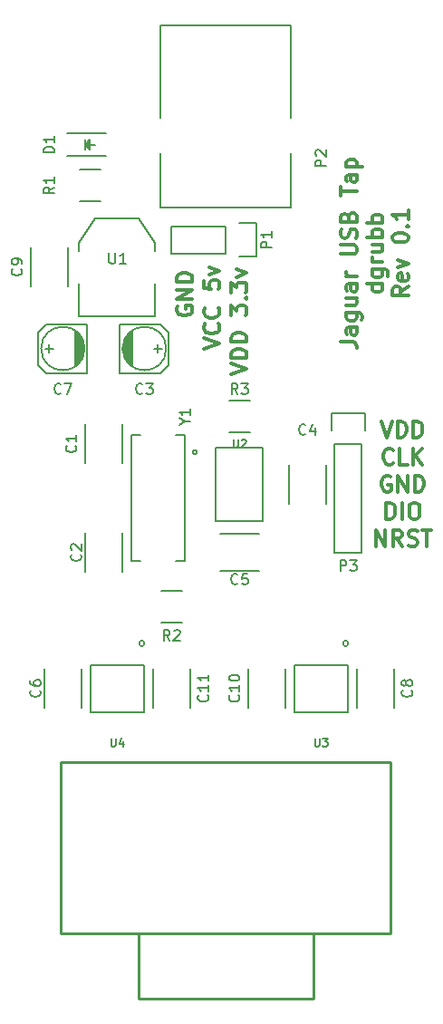
<source format=gbr>
G04 #@! TF.FileFunction,Legend,Top*
%FSLAX46Y46*%
G04 Gerber Fmt 4.6, Leading zero omitted, Abs format (unit mm)*
G04 Created by KiCad (PCBNEW 4.0.2+dfsg1-stable) date Mon 20 Nov 2017 03:31:45 PM CST*
%MOMM*%
G01*
G04 APERTURE LIST*
%ADD10C,0.100000*%
%ADD11C,0.300000*%
%ADD12C,0.150000*%
%ADD13C,0.254000*%
%ADD14C,0.203200*%
%ADD15C,0.152400*%
G04 APERTURE END LIST*
D10*
D11*
X147908571Y-65435714D02*
X148980000Y-65435714D01*
X149194286Y-65507142D01*
X149337143Y-65649999D01*
X149408571Y-65864285D01*
X149408571Y-66007142D01*
X149408571Y-64078571D02*
X148622857Y-64078571D01*
X148480000Y-64150000D01*
X148408571Y-64292857D01*
X148408571Y-64578571D01*
X148480000Y-64721428D01*
X149337143Y-64078571D02*
X149408571Y-64221428D01*
X149408571Y-64578571D01*
X149337143Y-64721428D01*
X149194286Y-64792857D01*
X149051429Y-64792857D01*
X148908571Y-64721428D01*
X148837143Y-64578571D01*
X148837143Y-64221428D01*
X148765714Y-64078571D01*
X148408571Y-62721428D02*
X149622857Y-62721428D01*
X149765714Y-62792857D01*
X149837143Y-62864285D01*
X149908571Y-63007142D01*
X149908571Y-63221428D01*
X149837143Y-63364285D01*
X149337143Y-62721428D02*
X149408571Y-62864285D01*
X149408571Y-63149999D01*
X149337143Y-63292857D01*
X149265714Y-63364285D01*
X149122857Y-63435714D01*
X148694286Y-63435714D01*
X148551429Y-63364285D01*
X148480000Y-63292857D01*
X148408571Y-63149999D01*
X148408571Y-62864285D01*
X148480000Y-62721428D01*
X148408571Y-61364285D02*
X149408571Y-61364285D01*
X148408571Y-62007142D02*
X149194286Y-62007142D01*
X149337143Y-61935714D01*
X149408571Y-61792856D01*
X149408571Y-61578571D01*
X149337143Y-61435714D01*
X149265714Y-61364285D01*
X149408571Y-60007142D02*
X148622857Y-60007142D01*
X148480000Y-60078571D01*
X148408571Y-60221428D01*
X148408571Y-60507142D01*
X148480000Y-60649999D01*
X149337143Y-60007142D02*
X149408571Y-60149999D01*
X149408571Y-60507142D01*
X149337143Y-60649999D01*
X149194286Y-60721428D01*
X149051429Y-60721428D01*
X148908571Y-60649999D01*
X148837143Y-60507142D01*
X148837143Y-60149999D01*
X148765714Y-60007142D01*
X149408571Y-59292856D02*
X148408571Y-59292856D01*
X148694286Y-59292856D02*
X148551429Y-59221428D01*
X148480000Y-59149999D01*
X148408571Y-59007142D01*
X148408571Y-58864285D01*
X147908571Y-57221428D02*
X149122857Y-57221428D01*
X149265714Y-57150000D01*
X149337143Y-57078571D01*
X149408571Y-56935714D01*
X149408571Y-56650000D01*
X149337143Y-56507142D01*
X149265714Y-56435714D01*
X149122857Y-56364285D01*
X147908571Y-56364285D01*
X149337143Y-55721428D02*
X149408571Y-55507142D01*
X149408571Y-55149999D01*
X149337143Y-55007142D01*
X149265714Y-54935713D01*
X149122857Y-54864285D01*
X148980000Y-54864285D01*
X148837143Y-54935713D01*
X148765714Y-55007142D01*
X148694286Y-55149999D01*
X148622857Y-55435713D01*
X148551429Y-55578571D01*
X148480000Y-55649999D01*
X148337143Y-55721428D01*
X148194286Y-55721428D01*
X148051429Y-55649999D01*
X147980000Y-55578571D01*
X147908571Y-55435713D01*
X147908571Y-55078571D01*
X147980000Y-54864285D01*
X148622857Y-53721428D02*
X148694286Y-53507142D01*
X148765714Y-53435714D01*
X148908571Y-53364285D01*
X149122857Y-53364285D01*
X149265714Y-53435714D01*
X149337143Y-53507142D01*
X149408571Y-53650000D01*
X149408571Y-54221428D01*
X147908571Y-54221428D01*
X147908571Y-53721428D01*
X147980000Y-53578571D01*
X148051429Y-53507142D01*
X148194286Y-53435714D01*
X148337143Y-53435714D01*
X148480000Y-53507142D01*
X148551429Y-53578571D01*
X148622857Y-53721428D01*
X148622857Y-54221428D01*
X147908571Y-51792857D02*
X147908571Y-50935714D01*
X149408571Y-51364285D02*
X147908571Y-51364285D01*
X149408571Y-49792857D02*
X148622857Y-49792857D01*
X148480000Y-49864286D01*
X148408571Y-50007143D01*
X148408571Y-50292857D01*
X148480000Y-50435714D01*
X149337143Y-49792857D02*
X149408571Y-49935714D01*
X149408571Y-50292857D01*
X149337143Y-50435714D01*
X149194286Y-50507143D01*
X149051429Y-50507143D01*
X148908571Y-50435714D01*
X148837143Y-50292857D01*
X148837143Y-49935714D01*
X148765714Y-49792857D01*
X148408571Y-49078571D02*
X149908571Y-49078571D01*
X148480000Y-49078571D02*
X148408571Y-48935714D01*
X148408571Y-48650000D01*
X148480000Y-48507143D01*
X148551429Y-48435714D01*
X148694286Y-48364285D01*
X149122857Y-48364285D01*
X149265714Y-48435714D01*
X149337143Y-48507143D01*
X149408571Y-48650000D01*
X149408571Y-48935714D01*
X149337143Y-49078571D01*
X151808571Y-60007143D02*
X150308571Y-60007143D01*
X151737143Y-60007143D02*
X151808571Y-60150000D01*
X151808571Y-60435714D01*
X151737143Y-60578572D01*
X151665714Y-60650000D01*
X151522857Y-60721429D01*
X151094286Y-60721429D01*
X150951429Y-60650000D01*
X150880000Y-60578572D01*
X150808571Y-60435714D01*
X150808571Y-60150000D01*
X150880000Y-60007143D01*
X150808571Y-58650000D02*
X152022857Y-58650000D01*
X152165714Y-58721429D01*
X152237143Y-58792857D01*
X152308571Y-58935714D01*
X152308571Y-59150000D01*
X152237143Y-59292857D01*
X151737143Y-58650000D02*
X151808571Y-58792857D01*
X151808571Y-59078571D01*
X151737143Y-59221429D01*
X151665714Y-59292857D01*
X151522857Y-59364286D01*
X151094286Y-59364286D01*
X150951429Y-59292857D01*
X150880000Y-59221429D01*
X150808571Y-59078571D01*
X150808571Y-58792857D01*
X150880000Y-58650000D01*
X151808571Y-57935714D02*
X150808571Y-57935714D01*
X151094286Y-57935714D02*
X150951429Y-57864286D01*
X150880000Y-57792857D01*
X150808571Y-57650000D01*
X150808571Y-57507143D01*
X150808571Y-56364286D02*
X151808571Y-56364286D01*
X150808571Y-57007143D02*
X151594286Y-57007143D01*
X151737143Y-56935715D01*
X151808571Y-56792857D01*
X151808571Y-56578572D01*
X151737143Y-56435715D01*
X151665714Y-56364286D01*
X151808571Y-55650000D02*
X150308571Y-55650000D01*
X150880000Y-55650000D02*
X150808571Y-55507143D01*
X150808571Y-55221429D01*
X150880000Y-55078572D01*
X150951429Y-55007143D01*
X151094286Y-54935714D01*
X151522857Y-54935714D01*
X151665714Y-55007143D01*
X151737143Y-55078572D01*
X151808571Y-55221429D01*
X151808571Y-55507143D01*
X151737143Y-55650000D01*
X151808571Y-54292857D02*
X150308571Y-54292857D01*
X150880000Y-54292857D02*
X150808571Y-54150000D01*
X150808571Y-53864286D01*
X150880000Y-53721429D01*
X150951429Y-53650000D01*
X151094286Y-53578571D01*
X151522857Y-53578571D01*
X151665714Y-53650000D01*
X151737143Y-53721429D01*
X151808571Y-53864286D01*
X151808571Y-54150000D01*
X151737143Y-54292857D01*
X154208571Y-60257142D02*
X153494286Y-60757142D01*
X154208571Y-61114285D02*
X152708571Y-61114285D01*
X152708571Y-60542857D01*
X152780000Y-60399999D01*
X152851429Y-60328571D01*
X152994286Y-60257142D01*
X153208571Y-60257142D01*
X153351429Y-60328571D01*
X153422857Y-60399999D01*
X153494286Y-60542857D01*
X153494286Y-61114285D01*
X154137143Y-59042857D02*
X154208571Y-59185714D01*
X154208571Y-59471428D01*
X154137143Y-59614285D01*
X153994286Y-59685714D01*
X153422857Y-59685714D01*
X153280000Y-59614285D01*
X153208571Y-59471428D01*
X153208571Y-59185714D01*
X153280000Y-59042857D01*
X153422857Y-58971428D01*
X153565714Y-58971428D01*
X153708571Y-59685714D01*
X153208571Y-58471428D02*
X154208571Y-58114285D01*
X153208571Y-57757143D01*
X152708571Y-55757143D02*
X152708571Y-55614286D01*
X152780000Y-55471429D01*
X152851429Y-55400000D01*
X152994286Y-55328571D01*
X153280000Y-55257143D01*
X153637143Y-55257143D01*
X153922857Y-55328571D01*
X154065714Y-55400000D01*
X154137143Y-55471429D01*
X154208571Y-55614286D01*
X154208571Y-55757143D01*
X154137143Y-55900000D01*
X154065714Y-55971429D01*
X153922857Y-56042857D01*
X153637143Y-56114286D01*
X153280000Y-56114286D01*
X152994286Y-56042857D01*
X152851429Y-55971429D01*
X152780000Y-55900000D01*
X152708571Y-55757143D01*
X154065714Y-54614286D02*
X154137143Y-54542858D01*
X154208571Y-54614286D01*
X154137143Y-54685715D01*
X154065714Y-54614286D01*
X154208571Y-54614286D01*
X154208571Y-53114286D02*
X154208571Y-53971429D01*
X154208571Y-53542857D02*
X152708571Y-53542857D01*
X152922857Y-53685714D01*
X153065714Y-53828572D01*
X153137143Y-53971429D01*
X137608571Y-68428571D02*
X139108571Y-67928571D01*
X137608571Y-67428571D01*
X139108571Y-66928571D02*
X137608571Y-66928571D01*
X137608571Y-66571428D01*
X137680000Y-66357143D01*
X137822857Y-66214285D01*
X137965714Y-66142857D01*
X138251429Y-66071428D01*
X138465714Y-66071428D01*
X138751429Y-66142857D01*
X138894286Y-66214285D01*
X139037143Y-66357143D01*
X139108571Y-66571428D01*
X139108571Y-66928571D01*
X139108571Y-65428571D02*
X137608571Y-65428571D01*
X137608571Y-65071428D01*
X137680000Y-64857143D01*
X137822857Y-64714285D01*
X137965714Y-64642857D01*
X138251429Y-64571428D01*
X138465714Y-64571428D01*
X138751429Y-64642857D01*
X138894286Y-64714285D01*
X139037143Y-64857143D01*
X139108571Y-65071428D01*
X139108571Y-65428571D01*
X137608571Y-62928571D02*
X137608571Y-62000000D01*
X138180000Y-62500000D01*
X138180000Y-62285714D01*
X138251429Y-62142857D01*
X138322857Y-62071428D01*
X138465714Y-62000000D01*
X138822857Y-62000000D01*
X138965714Y-62071428D01*
X139037143Y-62142857D01*
X139108571Y-62285714D01*
X139108571Y-62714286D01*
X139037143Y-62857143D01*
X138965714Y-62928571D01*
X138965714Y-61357143D02*
X139037143Y-61285715D01*
X139108571Y-61357143D01*
X139037143Y-61428572D01*
X138965714Y-61357143D01*
X139108571Y-61357143D01*
X137608571Y-60785714D02*
X137608571Y-59857143D01*
X138180000Y-60357143D01*
X138180000Y-60142857D01*
X138251429Y-60000000D01*
X138322857Y-59928571D01*
X138465714Y-59857143D01*
X138822857Y-59857143D01*
X138965714Y-59928571D01*
X139037143Y-60000000D01*
X139108571Y-60142857D01*
X139108571Y-60571429D01*
X139037143Y-60714286D01*
X138965714Y-60785714D01*
X138108571Y-59357143D02*
X139108571Y-59000000D01*
X138108571Y-58642858D01*
X135068571Y-66087142D02*
X136568571Y-65587142D01*
X135068571Y-65087142D01*
X136425714Y-63729999D02*
X136497143Y-63801428D01*
X136568571Y-64015714D01*
X136568571Y-64158571D01*
X136497143Y-64372856D01*
X136354286Y-64515714D01*
X136211429Y-64587142D01*
X135925714Y-64658571D01*
X135711429Y-64658571D01*
X135425714Y-64587142D01*
X135282857Y-64515714D01*
X135140000Y-64372856D01*
X135068571Y-64158571D01*
X135068571Y-64015714D01*
X135140000Y-63801428D01*
X135211429Y-63729999D01*
X136425714Y-62229999D02*
X136497143Y-62301428D01*
X136568571Y-62515714D01*
X136568571Y-62658571D01*
X136497143Y-62872856D01*
X136354286Y-63015714D01*
X136211429Y-63087142D01*
X135925714Y-63158571D01*
X135711429Y-63158571D01*
X135425714Y-63087142D01*
X135282857Y-63015714D01*
X135140000Y-62872856D01*
X135068571Y-62658571D01*
X135068571Y-62515714D01*
X135140000Y-62301428D01*
X135211429Y-62229999D01*
X135068571Y-59729999D02*
X135068571Y-60444285D01*
X135782857Y-60515714D01*
X135711429Y-60444285D01*
X135640000Y-60301428D01*
X135640000Y-59944285D01*
X135711429Y-59801428D01*
X135782857Y-59729999D01*
X135925714Y-59658571D01*
X136282857Y-59658571D01*
X136425714Y-59729999D01*
X136497143Y-59801428D01*
X136568571Y-59944285D01*
X136568571Y-60301428D01*
X136497143Y-60444285D01*
X136425714Y-60515714D01*
X135568571Y-59158571D02*
X136568571Y-58801428D01*
X135568571Y-58444286D01*
X132600000Y-62102857D02*
X132528571Y-62245714D01*
X132528571Y-62460000D01*
X132600000Y-62674285D01*
X132742857Y-62817143D01*
X132885714Y-62888571D01*
X133171429Y-62960000D01*
X133385714Y-62960000D01*
X133671429Y-62888571D01*
X133814286Y-62817143D01*
X133957143Y-62674285D01*
X134028571Y-62460000D01*
X134028571Y-62317143D01*
X133957143Y-62102857D01*
X133885714Y-62031428D01*
X133385714Y-62031428D01*
X133385714Y-62317143D01*
X134028571Y-61388571D02*
X132528571Y-61388571D01*
X134028571Y-60531428D01*
X132528571Y-60531428D01*
X134028571Y-59817142D02*
X132528571Y-59817142D01*
X132528571Y-59459999D01*
X132600000Y-59245714D01*
X132742857Y-59102856D01*
X132885714Y-59031428D01*
X133171429Y-58959999D01*
X133385714Y-58959999D01*
X133671429Y-59031428D01*
X133814286Y-59102856D01*
X133957143Y-59245714D01*
X134028571Y-59459999D01*
X134028571Y-59817142D01*
X151205715Y-84498571D02*
X151205715Y-82998571D01*
X152062858Y-84498571D01*
X152062858Y-82998571D01*
X153634287Y-84498571D02*
X153134287Y-83784286D01*
X152777144Y-84498571D02*
X152777144Y-82998571D01*
X153348572Y-82998571D01*
X153491430Y-83070000D01*
X153562858Y-83141429D01*
X153634287Y-83284286D01*
X153634287Y-83498571D01*
X153562858Y-83641429D01*
X153491430Y-83712857D01*
X153348572Y-83784286D01*
X152777144Y-83784286D01*
X154205715Y-84427143D02*
X154420001Y-84498571D01*
X154777144Y-84498571D01*
X154920001Y-84427143D01*
X154991430Y-84355714D01*
X155062858Y-84212857D01*
X155062858Y-84070000D01*
X154991430Y-83927143D01*
X154920001Y-83855714D01*
X154777144Y-83784286D01*
X154491430Y-83712857D01*
X154348572Y-83641429D01*
X154277144Y-83570000D01*
X154205715Y-83427143D01*
X154205715Y-83284286D01*
X154277144Y-83141429D01*
X154348572Y-83070000D01*
X154491430Y-82998571D01*
X154848572Y-82998571D01*
X155062858Y-83070000D01*
X155491429Y-82998571D02*
X156348572Y-82998571D01*
X155920001Y-84498571D02*
X155920001Y-82998571D01*
X152134286Y-81958571D02*
X152134286Y-80458571D01*
X152491429Y-80458571D01*
X152705714Y-80530000D01*
X152848572Y-80672857D01*
X152920000Y-80815714D01*
X152991429Y-81101429D01*
X152991429Y-81315714D01*
X152920000Y-81601429D01*
X152848572Y-81744286D01*
X152705714Y-81887143D01*
X152491429Y-81958571D01*
X152134286Y-81958571D01*
X153634286Y-81958571D02*
X153634286Y-80458571D01*
X154634286Y-80458571D02*
X154920000Y-80458571D01*
X155062858Y-80530000D01*
X155205715Y-80672857D01*
X155277143Y-80958571D01*
X155277143Y-81458571D01*
X155205715Y-81744286D01*
X155062858Y-81887143D01*
X154920000Y-81958571D01*
X154634286Y-81958571D01*
X154491429Y-81887143D01*
X154348572Y-81744286D01*
X154277143Y-81458571D01*
X154277143Y-80958571D01*
X154348572Y-80672857D01*
X154491429Y-80530000D01*
X154634286Y-80458571D01*
X152527143Y-77990000D02*
X152384286Y-77918571D01*
X152170000Y-77918571D01*
X151955715Y-77990000D01*
X151812857Y-78132857D01*
X151741429Y-78275714D01*
X151670000Y-78561429D01*
X151670000Y-78775714D01*
X151741429Y-79061429D01*
X151812857Y-79204286D01*
X151955715Y-79347143D01*
X152170000Y-79418571D01*
X152312857Y-79418571D01*
X152527143Y-79347143D01*
X152598572Y-79275714D01*
X152598572Y-78775714D01*
X152312857Y-78775714D01*
X153241429Y-79418571D02*
X153241429Y-77918571D01*
X154098572Y-79418571D01*
X154098572Y-77918571D01*
X154812858Y-79418571D02*
X154812858Y-77918571D01*
X155170001Y-77918571D01*
X155384286Y-77990000D01*
X155527144Y-78132857D01*
X155598572Y-78275714D01*
X155670001Y-78561429D01*
X155670001Y-78775714D01*
X155598572Y-79061429D01*
X155527144Y-79204286D01*
X155384286Y-79347143D01*
X155170001Y-79418571D01*
X154812858Y-79418571D01*
X152777143Y-76735714D02*
X152705714Y-76807143D01*
X152491428Y-76878571D01*
X152348571Y-76878571D01*
X152134286Y-76807143D01*
X151991428Y-76664286D01*
X151920000Y-76521429D01*
X151848571Y-76235714D01*
X151848571Y-76021429D01*
X151920000Y-75735714D01*
X151991428Y-75592857D01*
X152134286Y-75450000D01*
X152348571Y-75378571D01*
X152491428Y-75378571D01*
X152705714Y-75450000D01*
X152777143Y-75521429D01*
X154134286Y-76878571D02*
X153420000Y-76878571D01*
X153420000Y-75378571D01*
X154634286Y-76878571D02*
X154634286Y-75378571D01*
X155491429Y-76878571D02*
X154848572Y-76021429D01*
X155491429Y-75378571D02*
X154634286Y-76235714D01*
X151670000Y-72838571D02*
X152170000Y-74338571D01*
X152670000Y-72838571D01*
X153170000Y-74338571D02*
X153170000Y-72838571D01*
X153527143Y-72838571D01*
X153741428Y-72910000D01*
X153884286Y-73052857D01*
X153955714Y-73195714D01*
X154027143Y-73481429D01*
X154027143Y-73695714D01*
X153955714Y-73981429D01*
X153884286Y-74124286D01*
X153741428Y-74267143D01*
X153527143Y-74338571D01*
X153170000Y-74338571D01*
X154670000Y-74338571D02*
X154670000Y-72838571D01*
X155027143Y-72838571D01*
X155241428Y-72910000D01*
X155384286Y-73052857D01*
X155455714Y-73195714D01*
X155527143Y-73481429D01*
X155527143Y-73695714D01*
X155455714Y-73981429D01*
X155384286Y-74124286D01*
X155241428Y-74267143D01*
X155027143Y-74338571D01*
X154670000Y-74338571D01*
D12*
X124005000Y-73130000D02*
X124005000Y-76730000D01*
X127455000Y-76730000D02*
X127455000Y-73130000D01*
X127455000Y-86890000D02*
X127455000Y-83290000D01*
X124005000Y-83290000D02*
X124005000Y-86890000D01*
X131191000Y-66040000D02*
X130429000Y-66040000D01*
X130810000Y-65659000D02*
X130810000Y-66421000D01*
X131064000Y-68326000D02*
X127254000Y-68326000D01*
X131826000Y-64516000D02*
X131826000Y-67564000D01*
X131064000Y-68326000D02*
X131826000Y-67564000D01*
X131064000Y-63754000D02*
X127254000Y-63754000D01*
X131064000Y-63754000D02*
X131826000Y-64516000D01*
X127508000Y-66167000D02*
X127508000Y-65913000D01*
X127635000Y-65405000D02*
X127635000Y-66675000D01*
X127762000Y-66929000D02*
X127762000Y-65151000D01*
X127889000Y-67183000D02*
X127889000Y-64897000D01*
X128016000Y-64770000D02*
X128016000Y-67310000D01*
X128143000Y-67437000D02*
X128143000Y-64643000D01*
X128270000Y-64516000D02*
X128270000Y-67564000D01*
X128397000Y-64389000D02*
X128397000Y-67691000D01*
X127254000Y-63754000D02*
X127254000Y-68326000D01*
X131572000Y-66040000D02*
G75*
G03X131572000Y-66040000I-2032000J0D01*
G01*
X146505000Y-80540000D02*
X146505000Y-76940000D01*
X143055000Y-76940000D02*
X143055000Y-80540000D01*
X140230000Y-83365000D02*
X136630000Y-83365000D01*
X136630000Y-86815000D02*
X140230000Y-86815000D01*
X123645000Y-99590000D02*
X123645000Y-95990000D01*
X120195000Y-95990000D02*
X120195000Y-99590000D01*
X120269000Y-66040000D02*
X121031000Y-66040000D01*
X120650000Y-66421000D02*
X120650000Y-65659000D01*
X120396000Y-63754000D02*
X124206000Y-63754000D01*
X119634000Y-67564000D02*
X119634000Y-64516000D01*
X120396000Y-63754000D02*
X119634000Y-64516000D01*
X120396000Y-68326000D02*
X124206000Y-68326000D01*
X120396000Y-68326000D02*
X119634000Y-67564000D01*
X123952000Y-65913000D02*
X123952000Y-66167000D01*
X123825000Y-66675000D02*
X123825000Y-65405000D01*
X123698000Y-65151000D02*
X123698000Y-66929000D01*
X123571000Y-64897000D02*
X123571000Y-67183000D01*
X123444000Y-67310000D02*
X123444000Y-64770000D01*
X123317000Y-64643000D02*
X123317000Y-67437000D01*
X123190000Y-67564000D02*
X123190000Y-64516000D01*
X123063000Y-67691000D02*
X123063000Y-64389000D01*
X124206000Y-68326000D02*
X124206000Y-63754000D01*
X123952000Y-66040000D02*
G75*
G03X123952000Y-66040000I-2032000J0D01*
G01*
X152855000Y-99590000D02*
X152855000Y-95990000D01*
X149405000Y-95990000D02*
X149405000Y-99590000D01*
X118925000Y-56620000D02*
X118925000Y-60220000D01*
X122375000Y-60220000D02*
X122375000Y-56620000D01*
X139245000Y-95990000D02*
X139245000Y-99590000D01*
X142695000Y-99590000D02*
X142695000Y-95990000D01*
X133805000Y-99590000D02*
X133805000Y-95990000D01*
X130355000Y-95990000D02*
X130355000Y-99590000D01*
X122310000Y-48040000D02*
X125910000Y-48040000D01*
X122310000Y-45940000D02*
X125910000Y-45940000D01*
X124360000Y-46690000D02*
X124360000Y-47290000D01*
X124360000Y-47290000D02*
X124060000Y-46990000D01*
X124060000Y-46990000D02*
X124260000Y-46790000D01*
X124260000Y-46790000D02*
X124260000Y-47040000D01*
X124260000Y-47040000D02*
X124210000Y-46990000D01*
X123960000Y-46490000D02*
X123960000Y-47490000D01*
X124460000Y-46990000D02*
X124960000Y-46990000D01*
X123960000Y-46990000D02*
X124460000Y-46490000D01*
X124460000Y-46490000D02*
X124460000Y-47490000D01*
X124460000Y-47490000D02*
X123960000Y-46990000D01*
D13*
X145326100Y-126746000D02*
X145326100Y-120650000D01*
X145326100Y-126746000D02*
X128993900Y-126746000D01*
X128993900Y-126746000D02*
X128993900Y-120650000D01*
X152565100Y-120650000D02*
X121754900Y-120650000D01*
X121754900Y-120650000D02*
X121754900Y-104648000D01*
X121754900Y-104648000D02*
X152565100Y-104648000D01*
X152565100Y-120650000D02*
X152565100Y-104648000D01*
D12*
X137160000Y-54610000D02*
X132080000Y-54610000D01*
X132080000Y-54610000D02*
X132080000Y-57150000D01*
X132080000Y-57150000D02*
X137160000Y-57150000D01*
X139980000Y-57430000D02*
X138430000Y-57430000D01*
X137160000Y-57150000D02*
X137160000Y-54610000D01*
X138430000Y-54330000D02*
X139980000Y-54330000D01*
X139980000Y-54330000D02*
X139980000Y-57430000D01*
X143256000Y-44450000D02*
X143256000Y-35814000D01*
X143256000Y-52832000D02*
X143256000Y-47752000D01*
X131064000Y-44450000D02*
X131064000Y-35814000D01*
X131064000Y-52832000D02*
X131064000Y-47752000D01*
X131064000Y-35814000D02*
X143256000Y-35814000D01*
X143256000Y-52832000D02*
X131064000Y-52832000D01*
X147040000Y-73660000D02*
X147040000Y-72110000D01*
X147040000Y-72110000D02*
X150140000Y-72110000D01*
X150140000Y-72110000D02*
X150140000Y-73660000D01*
X149860000Y-74930000D02*
X149860000Y-85090000D01*
X149860000Y-85090000D02*
X147320000Y-85090000D01*
X147320000Y-85090000D02*
X147320000Y-74930000D01*
X149860000Y-74930000D02*
X147320000Y-74930000D01*
X123460000Y-49325000D02*
X125460000Y-49325000D01*
X125460000Y-52275000D02*
X123460000Y-52275000D01*
X131080000Y-88695000D02*
X133080000Y-88695000D01*
X133080000Y-91645000D02*
X131080000Y-91645000D01*
X137430000Y-70915000D02*
X139430000Y-70915000D01*
X139430000Y-73865000D02*
X137430000Y-73865000D01*
X123444000Y-59944000D02*
X123444000Y-62992000D01*
X123444000Y-62992000D02*
X130556000Y-62992000D01*
X130556000Y-62992000D02*
X130556000Y-59944000D01*
X123444000Y-56896000D02*
X123444000Y-56134000D01*
X123444000Y-56134000D02*
X124968000Y-53848000D01*
X124968000Y-53848000D02*
X129032000Y-53848000D01*
X129032000Y-53848000D02*
X130556000Y-56134000D01*
X130556000Y-56134000D02*
X130556000Y-56896000D01*
D14*
X134430000Y-75740000D02*
G75*
G03X134430000Y-75740000I-200000J0D01*
G01*
X136230000Y-75340000D02*
X136230000Y-82140000D01*
X136230000Y-82140000D02*
X140630000Y-82140000D01*
X140630000Y-82140000D02*
X140630000Y-75340000D01*
X140630000Y-75340000D02*
X136230000Y-75340000D01*
X148590000Y-93599000D02*
G75*
G03X148590000Y-93599000I-254000J0D01*
G01*
X148549360Y-99989640D02*
X148549360Y-95590360D01*
X148549360Y-95590360D02*
X143550640Y-95590360D01*
X143550640Y-95590360D02*
X143550640Y-99989640D01*
X143550640Y-99989640D02*
X148549360Y-99989640D01*
X129540000Y-93599000D02*
G75*
G03X129540000Y-93599000I-254000J0D01*
G01*
X129499360Y-99989640D02*
X129499360Y-95590360D01*
X129499360Y-95590360D02*
X124500640Y-95590360D01*
X124500640Y-95590360D02*
X124500640Y-99989640D01*
X124500640Y-99989640D02*
X129499360Y-99989640D01*
D12*
X128310640Y-74160380D02*
X128310640Y-85859620D01*
X133309360Y-85859620D02*
X133309360Y-74160380D01*
X128310640Y-85859620D02*
X129159000Y-85859620D01*
X133309360Y-85859620D02*
X132461000Y-85859620D01*
X128310640Y-74160380D02*
X129159000Y-74160380D01*
X133309360Y-74160380D02*
X132461000Y-74160380D01*
X123087143Y-75096666D02*
X123134762Y-75144285D01*
X123182381Y-75287142D01*
X123182381Y-75382380D01*
X123134762Y-75525238D01*
X123039524Y-75620476D01*
X122944286Y-75668095D01*
X122753810Y-75715714D01*
X122610952Y-75715714D01*
X122420476Y-75668095D01*
X122325238Y-75620476D01*
X122230000Y-75525238D01*
X122182381Y-75382380D01*
X122182381Y-75287142D01*
X122230000Y-75144285D01*
X122277619Y-75096666D01*
X123182381Y-74144285D02*
X123182381Y-74715714D01*
X123182381Y-74430000D02*
X122182381Y-74430000D01*
X122325238Y-74525238D01*
X122420476Y-74620476D01*
X122468095Y-74715714D01*
X123547143Y-85256666D02*
X123594762Y-85304285D01*
X123642381Y-85447142D01*
X123642381Y-85542380D01*
X123594762Y-85685238D01*
X123499524Y-85780476D01*
X123404286Y-85828095D01*
X123213810Y-85875714D01*
X123070952Y-85875714D01*
X122880476Y-85828095D01*
X122785238Y-85780476D01*
X122690000Y-85685238D01*
X122642381Y-85542380D01*
X122642381Y-85447142D01*
X122690000Y-85304285D01*
X122737619Y-85256666D01*
X122737619Y-84875714D02*
X122690000Y-84828095D01*
X122642381Y-84732857D01*
X122642381Y-84494761D01*
X122690000Y-84399523D01*
X122737619Y-84351904D01*
X122832857Y-84304285D01*
X122928095Y-84304285D01*
X123070952Y-84351904D01*
X123642381Y-84923333D01*
X123642381Y-84304285D01*
X129373334Y-70207143D02*
X129325715Y-70254762D01*
X129182858Y-70302381D01*
X129087620Y-70302381D01*
X128944762Y-70254762D01*
X128849524Y-70159524D01*
X128801905Y-70064286D01*
X128754286Y-69873810D01*
X128754286Y-69730952D01*
X128801905Y-69540476D01*
X128849524Y-69445238D01*
X128944762Y-69350000D01*
X129087620Y-69302381D01*
X129182858Y-69302381D01*
X129325715Y-69350000D01*
X129373334Y-69397619D01*
X129706667Y-69302381D02*
X130325715Y-69302381D01*
X129992381Y-69683333D01*
X130135239Y-69683333D01*
X130230477Y-69730952D01*
X130278096Y-69778571D01*
X130325715Y-69873810D01*
X130325715Y-70111905D01*
X130278096Y-70207143D01*
X130230477Y-70254762D01*
X130135239Y-70302381D01*
X129849524Y-70302381D01*
X129754286Y-70254762D01*
X129706667Y-70207143D01*
X144613334Y-74017143D02*
X144565715Y-74064762D01*
X144422858Y-74112381D01*
X144327620Y-74112381D01*
X144184762Y-74064762D01*
X144089524Y-73969524D01*
X144041905Y-73874286D01*
X143994286Y-73683810D01*
X143994286Y-73540952D01*
X144041905Y-73350476D01*
X144089524Y-73255238D01*
X144184762Y-73160000D01*
X144327620Y-73112381D01*
X144422858Y-73112381D01*
X144565715Y-73160000D01*
X144613334Y-73207619D01*
X145470477Y-73445714D02*
X145470477Y-74112381D01*
X145232381Y-73064762D02*
X144994286Y-73779048D01*
X145613334Y-73779048D01*
X138263334Y-87987143D02*
X138215715Y-88034762D01*
X138072858Y-88082381D01*
X137977620Y-88082381D01*
X137834762Y-88034762D01*
X137739524Y-87939524D01*
X137691905Y-87844286D01*
X137644286Y-87653810D01*
X137644286Y-87510952D01*
X137691905Y-87320476D01*
X137739524Y-87225238D01*
X137834762Y-87130000D01*
X137977620Y-87082381D01*
X138072858Y-87082381D01*
X138215715Y-87130000D01*
X138263334Y-87177619D01*
X139168096Y-87082381D02*
X138691905Y-87082381D01*
X138644286Y-87558571D01*
X138691905Y-87510952D01*
X138787143Y-87463333D01*
X139025239Y-87463333D01*
X139120477Y-87510952D01*
X139168096Y-87558571D01*
X139215715Y-87653810D01*
X139215715Y-87891905D01*
X139168096Y-87987143D01*
X139120477Y-88034762D01*
X139025239Y-88082381D01*
X138787143Y-88082381D01*
X138691905Y-88034762D01*
X138644286Y-87987143D01*
X119737143Y-97956666D02*
X119784762Y-98004285D01*
X119832381Y-98147142D01*
X119832381Y-98242380D01*
X119784762Y-98385238D01*
X119689524Y-98480476D01*
X119594286Y-98528095D01*
X119403810Y-98575714D01*
X119260952Y-98575714D01*
X119070476Y-98528095D01*
X118975238Y-98480476D01*
X118880000Y-98385238D01*
X118832381Y-98242380D01*
X118832381Y-98147142D01*
X118880000Y-98004285D01*
X118927619Y-97956666D01*
X118832381Y-97099523D02*
X118832381Y-97290000D01*
X118880000Y-97385238D01*
X118927619Y-97432857D01*
X119070476Y-97528095D01*
X119260952Y-97575714D01*
X119641905Y-97575714D01*
X119737143Y-97528095D01*
X119784762Y-97480476D01*
X119832381Y-97385238D01*
X119832381Y-97194761D01*
X119784762Y-97099523D01*
X119737143Y-97051904D01*
X119641905Y-97004285D01*
X119403810Y-97004285D01*
X119308571Y-97051904D01*
X119260952Y-97099523D01*
X119213333Y-97194761D01*
X119213333Y-97385238D01*
X119260952Y-97480476D01*
X119308571Y-97528095D01*
X119403810Y-97575714D01*
X121753334Y-70207143D02*
X121705715Y-70254762D01*
X121562858Y-70302381D01*
X121467620Y-70302381D01*
X121324762Y-70254762D01*
X121229524Y-70159524D01*
X121181905Y-70064286D01*
X121134286Y-69873810D01*
X121134286Y-69730952D01*
X121181905Y-69540476D01*
X121229524Y-69445238D01*
X121324762Y-69350000D01*
X121467620Y-69302381D01*
X121562858Y-69302381D01*
X121705715Y-69350000D01*
X121753334Y-69397619D01*
X122086667Y-69302381D02*
X122753334Y-69302381D01*
X122324762Y-70302381D01*
X154487143Y-97956666D02*
X154534762Y-98004285D01*
X154582381Y-98147142D01*
X154582381Y-98242380D01*
X154534762Y-98385238D01*
X154439524Y-98480476D01*
X154344286Y-98528095D01*
X154153810Y-98575714D01*
X154010952Y-98575714D01*
X153820476Y-98528095D01*
X153725238Y-98480476D01*
X153630000Y-98385238D01*
X153582381Y-98242380D01*
X153582381Y-98147142D01*
X153630000Y-98004285D01*
X153677619Y-97956666D01*
X154010952Y-97385238D02*
X153963333Y-97480476D01*
X153915714Y-97528095D01*
X153820476Y-97575714D01*
X153772857Y-97575714D01*
X153677619Y-97528095D01*
X153630000Y-97480476D01*
X153582381Y-97385238D01*
X153582381Y-97194761D01*
X153630000Y-97099523D01*
X153677619Y-97051904D01*
X153772857Y-97004285D01*
X153820476Y-97004285D01*
X153915714Y-97051904D01*
X153963333Y-97099523D01*
X154010952Y-97194761D01*
X154010952Y-97385238D01*
X154058571Y-97480476D01*
X154106190Y-97528095D01*
X154201429Y-97575714D01*
X154391905Y-97575714D01*
X154487143Y-97528095D01*
X154534762Y-97480476D01*
X154582381Y-97385238D01*
X154582381Y-97194761D01*
X154534762Y-97099523D01*
X154487143Y-97051904D01*
X154391905Y-97004285D01*
X154201429Y-97004285D01*
X154106190Y-97051904D01*
X154058571Y-97099523D01*
X154010952Y-97194761D01*
X118007143Y-58586666D02*
X118054762Y-58634285D01*
X118102381Y-58777142D01*
X118102381Y-58872380D01*
X118054762Y-59015238D01*
X117959524Y-59110476D01*
X117864286Y-59158095D01*
X117673810Y-59205714D01*
X117530952Y-59205714D01*
X117340476Y-59158095D01*
X117245238Y-59110476D01*
X117150000Y-59015238D01*
X117102381Y-58872380D01*
X117102381Y-58777142D01*
X117150000Y-58634285D01*
X117197619Y-58586666D01*
X118102381Y-58110476D02*
X118102381Y-57920000D01*
X118054762Y-57824761D01*
X118007143Y-57777142D01*
X117864286Y-57681904D01*
X117673810Y-57634285D01*
X117292857Y-57634285D01*
X117197619Y-57681904D01*
X117150000Y-57729523D01*
X117102381Y-57824761D01*
X117102381Y-58015238D01*
X117150000Y-58110476D01*
X117197619Y-58158095D01*
X117292857Y-58205714D01*
X117530952Y-58205714D01*
X117626190Y-58158095D01*
X117673810Y-58110476D01*
X117721429Y-58015238D01*
X117721429Y-57824761D01*
X117673810Y-57729523D01*
X117626190Y-57681904D01*
X117530952Y-57634285D01*
X138327143Y-98432857D02*
X138374762Y-98480476D01*
X138422381Y-98623333D01*
X138422381Y-98718571D01*
X138374762Y-98861429D01*
X138279524Y-98956667D01*
X138184286Y-99004286D01*
X137993810Y-99051905D01*
X137850952Y-99051905D01*
X137660476Y-99004286D01*
X137565238Y-98956667D01*
X137470000Y-98861429D01*
X137422381Y-98718571D01*
X137422381Y-98623333D01*
X137470000Y-98480476D01*
X137517619Y-98432857D01*
X138422381Y-97480476D02*
X138422381Y-98051905D01*
X138422381Y-97766191D02*
X137422381Y-97766191D01*
X137565238Y-97861429D01*
X137660476Y-97956667D01*
X137708095Y-98051905D01*
X137422381Y-96861429D02*
X137422381Y-96766190D01*
X137470000Y-96670952D01*
X137517619Y-96623333D01*
X137612857Y-96575714D01*
X137803333Y-96528095D01*
X138041429Y-96528095D01*
X138231905Y-96575714D01*
X138327143Y-96623333D01*
X138374762Y-96670952D01*
X138422381Y-96766190D01*
X138422381Y-96861429D01*
X138374762Y-96956667D01*
X138327143Y-97004286D01*
X138231905Y-97051905D01*
X138041429Y-97099524D01*
X137803333Y-97099524D01*
X137612857Y-97051905D01*
X137517619Y-97004286D01*
X137470000Y-96956667D01*
X137422381Y-96861429D01*
X135437143Y-98432857D02*
X135484762Y-98480476D01*
X135532381Y-98623333D01*
X135532381Y-98718571D01*
X135484762Y-98861429D01*
X135389524Y-98956667D01*
X135294286Y-99004286D01*
X135103810Y-99051905D01*
X134960952Y-99051905D01*
X134770476Y-99004286D01*
X134675238Y-98956667D01*
X134580000Y-98861429D01*
X134532381Y-98718571D01*
X134532381Y-98623333D01*
X134580000Y-98480476D01*
X134627619Y-98432857D01*
X135532381Y-97480476D02*
X135532381Y-98051905D01*
X135532381Y-97766191D02*
X134532381Y-97766191D01*
X134675238Y-97861429D01*
X134770476Y-97956667D01*
X134818095Y-98051905D01*
X135532381Y-96528095D02*
X135532381Y-97099524D01*
X135532381Y-96813810D02*
X134532381Y-96813810D01*
X134675238Y-96909048D01*
X134770476Y-97004286D01*
X134818095Y-97099524D01*
X121102381Y-47728095D02*
X120102381Y-47728095D01*
X120102381Y-47490000D01*
X120150000Y-47347142D01*
X120245238Y-47251904D01*
X120340476Y-47204285D01*
X120530952Y-47156666D01*
X120673810Y-47156666D01*
X120864286Y-47204285D01*
X120959524Y-47251904D01*
X121054762Y-47347142D01*
X121102381Y-47490000D01*
X121102381Y-47728095D01*
X121102381Y-46204285D02*
X121102381Y-46775714D01*
X121102381Y-46490000D02*
X120102381Y-46490000D01*
X120245238Y-46585238D01*
X120340476Y-46680476D01*
X120388095Y-46775714D01*
X141422381Y-56618095D02*
X140422381Y-56618095D01*
X140422381Y-56237142D01*
X140470000Y-56141904D01*
X140517619Y-56094285D01*
X140612857Y-56046666D01*
X140755714Y-56046666D01*
X140850952Y-56094285D01*
X140898571Y-56141904D01*
X140946190Y-56237142D01*
X140946190Y-56618095D01*
X141422381Y-55094285D02*
X141422381Y-55665714D01*
X141422381Y-55380000D02*
X140422381Y-55380000D01*
X140565238Y-55475238D01*
X140660476Y-55570476D01*
X140708095Y-55665714D01*
X146502381Y-48998095D02*
X145502381Y-48998095D01*
X145502381Y-48617142D01*
X145550000Y-48521904D01*
X145597619Y-48474285D01*
X145692857Y-48426666D01*
X145835714Y-48426666D01*
X145930952Y-48474285D01*
X145978571Y-48521904D01*
X146026190Y-48617142D01*
X146026190Y-48998095D01*
X145597619Y-48045714D02*
X145550000Y-47998095D01*
X145502381Y-47902857D01*
X145502381Y-47664761D01*
X145550000Y-47569523D01*
X145597619Y-47521904D01*
X145692857Y-47474285D01*
X145788095Y-47474285D01*
X145930952Y-47521904D01*
X146502381Y-48093333D01*
X146502381Y-47474285D01*
X147851905Y-86812381D02*
X147851905Y-85812381D01*
X148232858Y-85812381D01*
X148328096Y-85860000D01*
X148375715Y-85907619D01*
X148423334Y-86002857D01*
X148423334Y-86145714D01*
X148375715Y-86240952D01*
X148328096Y-86288571D01*
X148232858Y-86336190D01*
X147851905Y-86336190D01*
X148756667Y-85812381D02*
X149375715Y-85812381D01*
X149042381Y-86193333D01*
X149185239Y-86193333D01*
X149280477Y-86240952D01*
X149328096Y-86288571D01*
X149375715Y-86383810D01*
X149375715Y-86621905D01*
X149328096Y-86717143D01*
X149280477Y-86764762D01*
X149185239Y-86812381D01*
X148899524Y-86812381D01*
X148804286Y-86764762D01*
X148756667Y-86717143D01*
X121102381Y-50966666D02*
X120626190Y-51300000D01*
X121102381Y-51538095D02*
X120102381Y-51538095D01*
X120102381Y-51157142D01*
X120150000Y-51061904D01*
X120197619Y-51014285D01*
X120292857Y-50966666D01*
X120435714Y-50966666D01*
X120530952Y-51014285D01*
X120578571Y-51061904D01*
X120626190Y-51157142D01*
X120626190Y-51538095D01*
X121102381Y-50014285D02*
X121102381Y-50585714D01*
X121102381Y-50300000D02*
X120102381Y-50300000D01*
X120245238Y-50395238D01*
X120340476Y-50490476D01*
X120388095Y-50585714D01*
X131913334Y-93322381D02*
X131580000Y-92846190D01*
X131341905Y-93322381D02*
X131341905Y-92322381D01*
X131722858Y-92322381D01*
X131818096Y-92370000D01*
X131865715Y-92417619D01*
X131913334Y-92512857D01*
X131913334Y-92655714D01*
X131865715Y-92750952D01*
X131818096Y-92798571D01*
X131722858Y-92846190D01*
X131341905Y-92846190D01*
X132294286Y-92417619D02*
X132341905Y-92370000D01*
X132437143Y-92322381D01*
X132675239Y-92322381D01*
X132770477Y-92370000D01*
X132818096Y-92417619D01*
X132865715Y-92512857D01*
X132865715Y-92608095D01*
X132818096Y-92750952D01*
X132246667Y-93322381D01*
X132865715Y-93322381D01*
X138263334Y-70302381D02*
X137930000Y-69826190D01*
X137691905Y-70302381D02*
X137691905Y-69302381D01*
X138072858Y-69302381D01*
X138168096Y-69350000D01*
X138215715Y-69397619D01*
X138263334Y-69492857D01*
X138263334Y-69635714D01*
X138215715Y-69730952D01*
X138168096Y-69778571D01*
X138072858Y-69826190D01*
X137691905Y-69826190D01*
X138596667Y-69302381D02*
X139215715Y-69302381D01*
X138882381Y-69683333D01*
X139025239Y-69683333D01*
X139120477Y-69730952D01*
X139168096Y-69778571D01*
X139215715Y-69873810D01*
X139215715Y-70111905D01*
X139168096Y-70207143D01*
X139120477Y-70254762D01*
X139025239Y-70302381D01*
X138739524Y-70302381D01*
X138644286Y-70254762D01*
X138596667Y-70207143D01*
X126238095Y-57110381D02*
X126238095Y-57919905D01*
X126285714Y-58015143D01*
X126333333Y-58062762D01*
X126428571Y-58110381D01*
X126619048Y-58110381D01*
X126714286Y-58062762D01*
X126761905Y-58015143D01*
X126809524Y-57919905D01*
X126809524Y-57110381D01*
X127809524Y-58110381D02*
X127238095Y-58110381D01*
X127523809Y-58110381D02*
X127523809Y-57110381D01*
X127428571Y-57253238D01*
X127333333Y-57348476D01*
X127238095Y-57396095D01*
D15*
X137849429Y-74512714D02*
X137849429Y-75129571D01*
X137885714Y-75202143D01*
X137922000Y-75238429D01*
X137994571Y-75274714D01*
X138139714Y-75274714D01*
X138212286Y-75238429D01*
X138248571Y-75202143D01*
X138284857Y-75129571D01*
X138284857Y-74512714D01*
X138611429Y-74585286D02*
X138647715Y-74549000D01*
X138720286Y-74512714D01*
X138901715Y-74512714D01*
X138974286Y-74549000D01*
X139010572Y-74585286D01*
X139046857Y-74657857D01*
X139046857Y-74730429D01*
X139010572Y-74839286D01*
X138575143Y-75274714D01*
X139046857Y-75274714D01*
X145469429Y-102452714D02*
X145469429Y-103069571D01*
X145505714Y-103142143D01*
X145542000Y-103178429D01*
X145614571Y-103214714D01*
X145759714Y-103214714D01*
X145832286Y-103178429D01*
X145868571Y-103142143D01*
X145904857Y-103069571D01*
X145904857Y-102452714D01*
X146195143Y-102452714D02*
X146666857Y-102452714D01*
X146412857Y-102743000D01*
X146521715Y-102743000D01*
X146594286Y-102779286D01*
X146630572Y-102815571D01*
X146666857Y-102888143D01*
X146666857Y-103069571D01*
X146630572Y-103142143D01*
X146594286Y-103178429D01*
X146521715Y-103214714D01*
X146304000Y-103214714D01*
X146231429Y-103178429D01*
X146195143Y-103142143D01*
X126419429Y-102452714D02*
X126419429Y-103069571D01*
X126455714Y-103142143D01*
X126492000Y-103178429D01*
X126564571Y-103214714D01*
X126709714Y-103214714D01*
X126782286Y-103178429D01*
X126818571Y-103142143D01*
X126854857Y-103069571D01*
X126854857Y-102452714D01*
X127544286Y-102706714D02*
X127544286Y-103214714D01*
X127362857Y-102416429D02*
X127181429Y-102960714D01*
X127653143Y-102960714D01*
D12*
X133326190Y-72866191D02*
X133802381Y-72866191D01*
X132802381Y-73199524D02*
X133326190Y-72866191D01*
X132802381Y-72532857D01*
X133802381Y-71675714D02*
X133802381Y-72247143D01*
X133802381Y-71961429D02*
X132802381Y-71961429D01*
X132945238Y-72056667D01*
X133040476Y-72151905D01*
X133088095Y-72247143D01*
M02*

</source>
